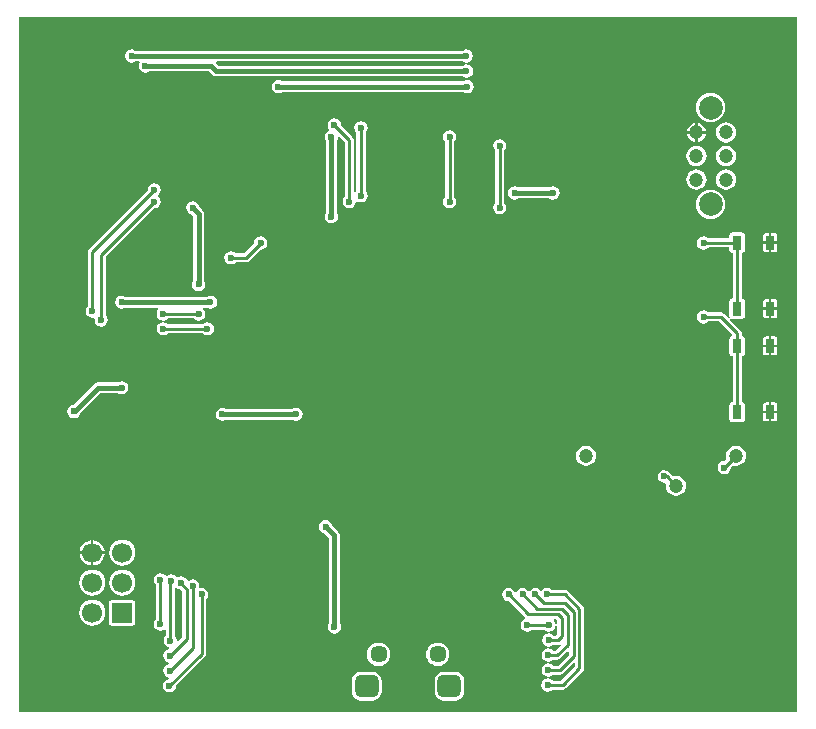
<source format=gbl>
G04 Layer_Physical_Order=2*
G04 Layer_Color=16711680*
%FSLAX25Y25*%
%MOIN*%
G70*
G01*
G75*
%ADD26C,0.01575*%
%ADD27C,0.00984*%
%ADD29R,0.06693X0.06693*%
%ADD30C,0.06693*%
%ADD31C,0.04724*%
%ADD32C,0.05709*%
G04:AMPARAMS|DCode=33|XSize=78.74mil|YSize=74.8mil|CornerRadius=18.7mil|HoleSize=0mil|Usage=FLASHONLY|Rotation=180.000|XOffset=0mil|YOffset=0mil|HoleType=Round|Shape=RoundedRectangle|*
%AMROUNDEDRECTD33*
21,1,0.07874,0.03740,0,0,180.0*
21,1,0.04134,0.07480,0,0,180.0*
1,1,0.03740,-0.02067,0.01870*
1,1,0.03740,0.02067,0.01870*
1,1,0.03740,0.02067,-0.01870*
1,1,0.03740,-0.02067,-0.01870*
%
%ADD33ROUNDEDRECTD33*%
%ADD34C,0.02362*%
%ADD35C,0.07874*%
%ADD36C,0.02756*%
%ADD37R,0.03150X0.04724*%
G36*
X260502Y-232943D02*
X1309D01*
Y-1309D01*
X260502D01*
Y-232943D01*
D02*
G37*
%LPC*%
G36*
X251181Y-133441D02*
X249197D01*
Y-135409D01*
X249258Y-135717D01*
X249432Y-135977D01*
X249693Y-136151D01*
X250000Y-136212D01*
X251181D01*
Y-133441D01*
D02*
G37*
G36*
X253952D02*
X251969D01*
Y-136212D01*
X253150D01*
X253457Y-136151D01*
X253717Y-135977D01*
X253891Y-135717D01*
X253952Y-135409D01*
Y-133441D01*
D02*
G37*
G36*
X251181Y-129882D02*
X250000D01*
X249693Y-129943D01*
X249432Y-130117D01*
X249258Y-130378D01*
X249197Y-130685D01*
Y-132653D01*
X251181D01*
Y-129882D01*
D02*
G37*
G36*
X240158Y-144263D02*
X239284Y-144378D01*
X238470Y-144715D01*
X237771Y-145251D01*
X237234Y-145950D01*
X236897Y-146764D01*
X236782Y-147638D01*
X236897Y-148511D01*
X236973Y-148694D01*
X236286Y-149380D01*
X236221Y-149367D01*
X235376Y-149535D01*
X234659Y-150014D01*
X234181Y-150730D01*
X234013Y-151575D01*
X234181Y-152420D01*
X234659Y-153136D01*
X235376Y-153614D01*
X236221Y-153783D01*
X237065Y-153614D01*
X237782Y-153136D01*
X238260Y-152420D01*
X238428Y-151575D01*
X238415Y-151509D01*
X239102Y-150823D01*
X239284Y-150898D01*
X240158Y-151013D01*
X241031Y-150898D01*
X241845Y-150561D01*
X242544Y-150024D01*
X243081Y-149326D01*
X243418Y-148511D01*
X243533Y-147638D01*
X243418Y-146764D01*
X243081Y-145950D01*
X242544Y-145251D01*
X241845Y-144715D01*
X241031Y-144378D01*
X240158Y-144263D01*
D02*
G37*
G36*
X25984Y-175843D02*
Y-179567D01*
X29708D01*
X29618Y-178882D01*
X29201Y-177876D01*
X28539Y-177012D01*
X27675Y-176350D01*
X26670Y-175933D01*
X25984Y-175843D01*
D02*
G37*
G36*
X216299Y-152320D02*
X215454Y-152488D01*
X214738Y-152966D01*
X214260Y-153683D01*
X214091Y-154528D01*
X214260Y-155372D01*
X214738Y-156089D01*
X215454Y-156567D01*
X216299Y-156735D01*
X216399Y-156715D01*
X216848Y-157136D01*
X216782Y-157638D01*
X216897Y-158511D01*
X217234Y-159326D01*
X217771Y-160024D01*
X218470Y-160561D01*
X219284Y-160898D01*
X220158Y-161013D01*
X221031Y-160898D01*
X221845Y-160561D01*
X222544Y-160024D01*
X223081Y-159326D01*
X223418Y-158511D01*
X223533Y-157638D01*
X223418Y-156764D01*
X223081Y-155950D01*
X222544Y-155251D01*
X221845Y-154715D01*
X221031Y-154377D01*
X220158Y-154262D01*
X219284Y-154377D01*
X219102Y-154453D01*
X218341Y-153692D01*
X218339Y-153683D01*
X217860Y-152966D01*
X217144Y-152488D01*
X216299Y-152320D01*
D02*
G37*
G36*
X190157Y-144263D02*
X189284Y-144378D01*
X188470Y-144715D01*
X187771Y-145251D01*
X187234Y-145950D01*
X186897Y-146764D01*
X186782Y-147638D01*
X186897Y-148511D01*
X187234Y-149326D01*
X187771Y-150024D01*
X188470Y-150561D01*
X189284Y-150898D01*
X190157Y-151013D01*
X191031Y-150898D01*
X191845Y-150561D01*
X192544Y-150024D01*
X193081Y-149326D01*
X193418Y-148511D01*
X193533Y-147638D01*
X193418Y-146764D01*
X193081Y-145950D01*
X192544Y-145251D01*
X191845Y-144715D01*
X191031Y-144378D01*
X190157Y-144263D01*
D02*
G37*
G36*
X253952Y-111441D02*
X251969D01*
Y-114212D01*
X253150D01*
X253457Y-114151D01*
X253717Y-113977D01*
X253891Y-113717D01*
X253952Y-113409D01*
Y-111441D01*
D02*
G37*
G36*
X251181Y-107882D02*
X250000D01*
X249693Y-107943D01*
X249432Y-108117D01*
X249258Y-108378D01*
X249197Y-108685D01*
Y-110653D01*
X251181D01*
Y-107882D01*
D02*
G37*
G36*
X253150D02*
X251969D01*
Y-110653D01*
X253952D01*
Y-108685D01*
X253891Y-108378D01*
X253717Y-108117D01*
X253457Y-107943D01*
X253150Y-107882D01*
D02*
G37*
G36*
X251181Y-111441D02*
X249197D01*
Y-113409D01*
X249258Y-113717D01*
X249432Y-113977D01*
X249693Y-114151D01*
X250000Y-114212D01*
X251181D01*
Y-111441D01*
D02*
G37*
G36*
X253150Y-129882D02*
X251969D01*
Y-132653D01*
X253952D01*
Y-130685D01*
X253891Y-130378D01*
X253717Y-130117D01*
X253457Y-129943D01*
X253150Y-129882D01*
D02*
G37*
G36*
X93504Y-131650D02*
X92659Y-131819D01*
X92310Y-132052D01*
X70092D01*
X69743Y-131819D01*
X68898Y-131650D01*
X68053Y-131819D01*
X67336Y-132297D01*
X66858Y-133013D01*
X66690Y-133858D01*
X66858Y-134703D01*
X67336Y-135419D01*
X68053Y-135898D01*
X68898Y-136066D01*
X69743Y-135898D01*
X70092Y-135665D01*
X92310D01*
X92659Y-135898D01*
X93504Y-136066D01*
X94349Y-135898D01*
X95065Y-135419D01*
X95544Y-134703D01*
X95712Y-133858D01*
X95544Y-133013D01*
X95065Y-132297D01*
X94349Y-131819D01*
X93504Y-131650D01*
D02*
G37*
G36*
X35433Y-122792D02*
X34588Y-122960D01*
X34239Y-123194D01*
X27559D01*
X26868Y-123331D01*
X26282Y-123723D01*
X19301Y-130703D01*
X18643Y-130834D01*
X17927Y-131313D01*
X17448Y-132029D01*
X17280Y-132874D01*
X17448Y-133719D01*
X17927Y-134435D01*
X18643Y-134914D01*
X19488Y-135082D01*
X20333Y-134914D01*
X21049Y-134435D01*
X21528Y-133719D01*
X21561Y-133553D01*
X28307Y-126806D01*
X34239D01*
X34588Y-127040D01*
X35433Y-127208D01*
X36278Y-127040D01*
X36994Y-126561D01*
X37473Y-125845D01*
X37641Y-125000D01*
X37473Y-124155D01*
X36994Y-123439D01*
X36278Y-122960D01*
X35433Y-122792D01*
D02*
G37*
G36*
X25197Y-175843D02*
X24511Y-175933D01*
X23506Y-176350D01*
X22642Y-177012D01*
X21980Y-177876D01*
X21563Y-178882D01*
X21473Y-179567D01*
X25197D01*
Y-175843D01*
D02*
G37*
G36*
X140680Y-210006D02*
X139678Y-210138D01*
X138744Y-210525D01*
X137942Y-211140D01*
X137327Y-211942D01*
X136940Y-212876D01*
X136808Y-213878D01*
X136940Y-214880D01*
X137327Y-215814D01*
X137942Y-216616D01*
X138744Y-217231D01*
X139678Y-217618D01*
X140680Y-217750D01*
X141682Y-217618D01*
X142616Y-217231D01*
X143417Y-216616D01*
X144033Y-215814D01*
X144420Y-214880D01*
X144551Y-213878D01*
X144420Y-212876D01*
X144033Y-211942D01*
X143417Y-211140D01*
X142616Y-210525D01*
X141682Y-210138D01*
X140680Y-210006D01*
D02*
G37*
G36*
X103347Y-169052D02*
X102502Y-169220D01*
X101785Y-169699D01*
X101307Y-170415D01*
X101139Y-171260D01*
X101307Y-172105D01*
X101785Y-172821D01*
X102502Y-173300D01*
X102913Y-173381D01*
X104493Y-174961D01*
Y-203530D01*
X104260Y-203879D01*
X104091Y-204724D01*
X104260Y-205569D01*
X104738Y-206286D01*
X105454Y-206764D01*
X106299Y-206932D01*
X107144Y-206764D01*
X107860Y-206286D01*
X108339Y-205569D01*
X108507Y-204724D01*
X108339Y-203879D01*
X108106Y-203530D01*
Y-174213D01*
X107968Y-173521D01*
X107577Y-172935D01*
X105468Y-170827D01*
X105386Y-170415D01*
X104908Y-169699D01*
X104191Y-169220D01*
X103347Y-169052D01*
D02*
G37*
G36*
X25591Y-195593D02*
X24460Y-195741D01*
X23406Y-196178D01*
X22502Y-196872D01*
X21808Y-197777D01*
X21371Y-198830D01*
X21223Y-199961D01*
X21371Y-201091D01*
X21808Y-202145D01*
X22502Y-203049D01*
X23406Y-203744D01*
X24460Y-204180D01*
X25591Y-204329D01*
X26721Y-204180D01*
X27775Y-203744D01*
X28679Y-203049D01*
X29373Y-202145D01*
X29810Y-201091D01*
X29959Y-199961D01*
X29810Y-198830D01*
X29373Y-197777D01*
X28679Y-196872D01*
X27775Y-196178D01*
X26721Y-195741D01*
X25591Y-195593D01*
D02*
G37*
G36*
X120995Y-210006D02*
X119993Y-210138D01*
X119059Y-210525D01*
X118257Y-211140D01*
X117642Y-211942D01*
X117255Y-212876D01*
X117123Y-213878D01*
X117255Y-214880D01*
X117642Y-215814D01*
X118257Y-216616D01*
X119059Y-217231D01*
X119993Y-217618D01*
X120995Y-217750D01*
X121997Y-217618D01*
X122931Y-217231D01*
X123732Y-216616D01*
X124348Y-215814D01*
X124734Y-214880D01*
X124866Y-213878D01*
X124734Y-212876D01*
X124348Y-211942D01*
X123732Y-211140D01*
X122931Y-210525D01*
X121997Y-210138D01*
X120995Y-210006D01*
D02*
G37*
G36*
X119125Y-219759D02*
X114991D01*
X114246Y-219857D01*
X113551Y-220145D01*
X112955Y-220602D01*
X112497Y-221198D01*
X112210Y-221893D01*
X112112Y-222638D01*
Y-226378D01*
X112210Y-227123D01*
X112497Y-227817D01*
X112955Y-228414D01*
X113551Y-228871D01*
X114246Y-229159D01*
X114991Y-229257D01*
X119125D01*
X119870Y-229159D01*
X120564Y-228871D01*
X121160Y-228414D01*
X121618Y-227817D01*
X121906Y-227123D01*
X122004Y-226378D01*
Y-222638D01*
X121906Y-221893D01*
X121618Y-221198D01*
X121160Y-220602D01*
X120564Y-220145D01*
X119870Y-219857D01*
X119125Y-219759D01*
D02*
G37*
G36*
X146684D02*
X142550D01*
X141805Y-219857D01*
X141110Y-220145D01*
X140514Y-220602D01*
X140057Y-221198D01*
X139769Y-221893D01*
X139671Y-222638D01*
Y-226378D01*
X139769Y-227123D01*
X140057Y-227817D01*
X140514Y-228414D01*
X141110Y-228871D01*
X141805Y-229159D01*
X142550Y-229257D01*
X146684D01*
X147429Y-229159D01*
X148123Y-228871D01*
X148719Y-228414D01*
X149177Y-227817D01*
X149464Y-227123D01*
X149563Y-226378D01*
Y-222638D01*
X149464Y-221893D01*
X149177Y-221198D01*
X148719Y-220602D01*
X148123Y-220145D01*
X147429Y-219857D01*
X146684Y-219759D01*
D02*
G37*
G36*
X48228Y-186769D02*
X47383Y-186937D01*
X46667Y-187415D01*
X46189Y-188131D01*
X46021Y-188976D01*
X46189Y-189821D01*
X46667Y-190538D01*
X46723Y-190575D01*
Y-202142D01*
X46667Y-202179D01*
X46189Y-202895D01*
X46021Y-203740D01*
X46189Y-204585D01*
X46667Y-205301D01*
X47383Y-205780D01*
X48228Y-205948D01*
X49073Y-205780D01*
X49530Y-205475D01*
X50030Y-205742D01*
Y-207693D01*
X49974Y-207730D01*
X49496Y-208447D01*
X49328Y-209291D01*
X49496Y-210136D01*
X49974Y-210853D01*
X50691Y-211331D01*
X51058Y-211404D01*
X51310Y-211964D01*
X51213Y-212132D01*
X50612Y-212252D01*
X49896Y-212730D01*
X49417Y-213446D01*
X49249Y-214291D01*
X49417Y-215136D01*
X49896Y-215852D01*
X50612Y-216331D01*
X50979Y-216404D01*
X51232Y-216964D01*
X51134Y-217132D01*
X50533Y-217252D01*
X49817Y-217730D01*
X49338Y-218446D01*
X49170Y-219291D01*
X49338Y-220136D01*
X49817Y-220852D01*
X50533Y-221331D01*
X50901Y-221404D01*
X51153Y-221964D01*
X51055Y-222132D01*
X50454Y-222252D01*
X49738Y-222730D01*
X49259Y-223446D01*
X49091Y-224291D01*
X49259Y-225136D01*
X49738Y-225852D01*
X50454Y-226331D01*
X51299Y-226499D01*
X52144Y-226331D01*
X52860Y-225852D01*
X53339Y-225136D01*
X53507Y-224291D01*
X53494Y-224225D01*
X63072Y-214647D01*
X63398Y-214159D01*
X63513Y-213583D01*
Y-195496D01*
X63569Y-195458D01*
X64047Y-194742D01*
X64215Y-193897D01*
X64047Y-193052D01*
X63569Y-192336D01*
X62853Y-191858D01*
X62008Y-191690D01*
X61609Y-191769D01*
X61183Y-191344D01*
X61263Y-190945D01*
X61095Y-190100D01*
X60616Y-189383D01*
X59900Y-188905D01*
X59055Y-188737D01*
X58210Y-188905D01*
X57694Y-189250D01*
X57189Y-189123D01*
X57129Y-189072D01*
X56679Y-188399D01*
X55963Y-187920D01*
X55118Y-187752D01*
X54273Y-187920D01*
X53765Y-188260D01*
X53412Y-187730D01*
X52695Y-187252D01*
X51850Y-187084D01*
X51006Y-187252D01*
X50450Y-187623D01*
X49867Y-187531D01*
X49790Y-187415D01*
X49073Y-186937D01*
X48228Y-186769D01*
D02*
G37*
G36*
X35591Y-175593D02*
X34460Y-175741D01*
X33406Y-176178D01*
X32502Y-176872D01*
X31808Y-177777D01*
X31371Y-178830D01*
X31223Y-179961D01*
X31371Y-181091D01*
X31808Y-182145D01*
X32502Y-183049D01*
X33406Y-183744D01*
X34460Y-184180D01*
X35591Y-184329D01*
X36721Y-184180D01*
X37775Y-183744D01*
X38679Y-183049D01*
X39373Y-182145D01*
X39810Y-181091D01*
X39959Y-179961D01*
X39810Y-178830D01*
X39373Y-177777D01*
X38679Y-176872D01*
X37775Y-176178D01*
X36721Y-175741D01*
X35591Y-175593D01*
D02*
G37*
G36*
X29708Y-180354D02*
X25984D01*
Y-184078D01*
X26670Y-183988D01*
X27675Y-183572D01*
X28539Y-182909D01*
X29201Y-182045D01*
X29618Y-181040D01*
X29708Y-180354D01*
D02*
G37*
G36*
X25197D02*
X21473D01*
X21563Y-181040D01*
X21980Y-182045D01*
X22642Y-182909D01*
X23506Y-183572D01*
X24511Y-183988D01*
X25197Y-184078D01*
Y-180354D01*
D02*
G37*
G36*
X173228Y-191690D02*
X172383Y-191858D01*
X171667Y-192336D01*
X171422Y-192702D01*
X170821D01*
X170577Y-192336D01*
X169861Y-191858D01*
X169016Y-191690D01*
X168171Y-191858D01*
X167455Y-192336D01*
X166976Y-193053D01*
X166948Y-193195D01*
X166438D01*
X166410Y-193053D01*
X165931Y-192336D01*
X165215Y-191858D01*
X164370Y-191690D01*
X163525Y-191858D01*
X162809Y-192336D01*
X162330Y-193053D01*
X162162Y-193898D01*
X162330Y-194743D01*
X162809Y-195459D01*
X163525Y-195937D01*
X164370Y-196105D01*
X164436Y-196092D01*
X169821Y-201478D01*
X169891Y-201524D01*
X169785Y-202055D01*
X169069Y-202533D01*
X168590Y-203250D01*
X168422Y-204095D01*
X168590Y-204939D01*
X169069Y-205656D01*
X169785Y-206134D01*
X170630Y-206302D01*
X171475Y-206134D01*
X172191Y-205656D01*
X172228Y-205600D01*
X176197D01*
X176234Y-205656D01*
X176950Y-206134D01*
X177795Y-206302D01*
X178640Y-206134D01*
X179356Y-205656D01*
X179835Y-204939D01*
X180003Y-204095D01*
X179835Y-203250D01*
X179356Y-202533D01*
X179185Y-202419D01*
X179336Y-201919D01*
X180105D01*
X180581Y-202395D01*
Y-207054D01*
X180046Y-207589D01*
X179315D01*
X179278Y-207533D01*
X178561Y-207055D01*
X177717Y-206887D01*
X176872Y-207055D01*
X176155Y-207533D01*
X175677Y-208250D01*
X175509Y-209095D01*
X175677Y-209939D01*
X176155Y-210656D01*
X176872Y-211134D01*
X177717Y-211302D01*
X178561Y-211134D01*
X179278Y-210656D01*
X179315Y-210600D01*
X180669D01*
X181245Y-210485D01*
X181603Y-210246D01*
X181922Y-210635D01*
X179967Y-212589D01*
X179236D01*
X179199Y-212533D01*
X178483Y-212055D01*
X177638Y-211887D01*
X176793Y-212055D01*
X176077Y-212533D01*
X175598Y-213250D01*
X175430Y-214094D01*
X175598Y-214939D01*
X176077Y-215656D01*
X176793Y-216134D01*
X177638Y-216302D01*
X178483Y-216134D01*
X179199Y-215656D01*
X179236Y-215600D01*
X180591D01*
X181167Y-215485D01*
X181655Y-215159D01*
X184056Y-212757D01*
X184518Y-212949D01*
Y-213943D01*
X180873Y-217589D01*
X179157D01*
X179120Y-217533D01*
X178404Y-217055D01*
X177559Y-216887D01*
X176714Y-217055D01*
X175998Y-217533D01*
X175519Y-218250D01*
X175351Y-219094D01*
X175519Y-219939D01*
X175998Y-220656D01*
X176714Y-221134D01*
X177559Y-221302D01*
X178404Y-221134D01*
X179120Y-220656D01*
X179157Y-220600D01*
X181496D01*
X182072Y-220485D01*
X182561Y-220159D01*
X186025Y-216694D01*
X186487Y-216886D01*
Y-217880D01*
X181778Y-222589D01*
X179079D01*
X179041Y-222533D01*
X178325Y-222055D01*
X177480Y-221887D01*
X176635Y-222055D01*
X175919Y-222533D01*
X175441Y-223250D01*
X175273Y-224095D01*
X175441Y-224939D01*
X175919Y-225656D01*
X176635Y-226134D01*
X177480Y-226302D01*
X178325Y-226134D01*
X179041Y-225656D01*
X179079Y-225600D01*
X182402D01*
X182978Y-225485D01*
X183466Y-225159D01*
X189057Y-219568D01*
X189383Y-219080D01*
X189497Y-218504D01*
Y-198819D01*
X189383Y-198243D01*
X189057Y-197755D01*
X184135Y-192833D01*
X183647Y-192507D01*
X183071Y-192392D01*
X178764D01*
X178726Y-192336D01*
X178010Y-191858D01*
X177165Y-191690D01*
X176321Y-191858D01*
X175604Y-192336D01*
X175447Y-192572D01*
X174947D01*
X174789Y-192336D01*
X174073Y-191858D01*
X173228Y-191690D01*
D02*
G37*
G36*
X38937Y-195611D02*
X32244D01*
X31860Y-195687D01*
X31534Y-195905D01*
X31317Y-196230D01*
X31241Y-196614D01*
Y-203307D01*
X31317Y-203691D01*
X31534Y-204017D01*
X31860Y-204234D01*
X32244Y-204311D01*
X38937D01*
X39321Y-204234D01*
X39647Y-204017D01*
X39864Y-203691D01*
X39941Y-203307D01*
Y-196614D01*
X39864Y-196230D01*
X39647Y-195905D01*
X39321Y-195687D01*
X38937Y-195611D01*
D02*
G37*
G36*
X25591Y-185593D02*
X24460Y-185741D01*
X23406Y-186178D01*
X22502Y-186872D01*
X21808Y-187777D01*
X21371Y-188830D01*
X21223Y-189961D01*
X21371Y-191091D01*
X21808Y-192145D01*
X22502Y-193049D01*
X23406Y-193744D01*
X24460Y-194180D01*
X25591Y-194329D01*
X26721Y-194180D01*
X27775Y-193744D01*
X28679Y-193049D01*
X29373Y-192145D01*
X29810Y-191091D01*
X29959Y-189961D01*
X29810Y-188830D01*
X29373Y-187777D01*
X28679Y-186872D01*
X27775Y-186178D01*
X26721Y-185741D01*
X25591Y-185593D01*
D02*
G37*
G36*
X35591D02*
X34460Y-185741D01*
X33406Y-186178D01*
X32502Y-186872D01*
X31808Y-187777D01*
X31371Y-188830D01*
X31223Y-189961D01*
X31371Y-191091D01*
X31808Y-192145D01*
X32502Y-193049D01*
X33406Y-193744D01*
X34460Y-194180D01*
X35591Y-194329D01*
X36721Y-194180D01*
X37775Y-193744D01*
X38679Y-193049D01*
X39373Y-192145D01*
X39810Y-191091D01*
X39959Y-189961D01*
X39810Y-188830D01*
X39373Y-187777D01*
X38679Y-186872D01*
X37775Y-186178D01*
X36721Y-185741D01*
X35591Y-185593D01*
D02*
G37*
G36*
X63976Y-103107D02*
X63131Y-103275D01*
X62415Y-103754D01*
X62378Y-103810D01*
X50811D01*
X50774Y-103754D01*
X50058Y-103275D01*
X49213Y-103107D01*
X48368Y-103275D01*
X47651Y-103754D01*
X47173Y-104470D01*
X47005Y-105315D01*
X47173Y-106160D01*
X47651Y-106876D01*
X48368Y-107355D01*
X49213Y-107523D01*
X50058Y-107355D01*
X50774Y-106876D01*
X50811Y-106820D01*
X62378D01*
X62415Y-106876D01*
X63131Y-107355D01*
X63976Y-107523D01*
X64821Y-107355D01*
X65538Y-106876D01*
X66016Y-106160D01*
X66184Y-105315D01*
X66016Y-104470D01*
X65538Y-103754D01*
X64821Y-103275D01*
X63976Y-103107D01*
D02*
G37*
G36*
X179134Y-57832D02*
X178289Y-58000D01*
X177940Y-58233D01*
X167533D01*
X167183Y-58000D01*
X166339Y-57832D01*
X165494Y-58000D01*
X164777Y-58478D01*
X164299Y-59194D01*
X164131Y-60039D01*
X164299Y-60884D01*
X164777Y-61601D01*
X165494Y-62079D01*
X166339Y-62247D01*
X167183Y-62079D01*
X167533Y-61846D01*
X177940D01*
X178289Y-62079D01*
X179134Y-62247D01*
X179979Y-62079D01*
X180695Y-61601D01*
X181174Y-60884D01*
X181342Y-60039D01*
X181174Y-59194D01*
X180695Y-58478D01*
X179979Y-58000D01*
X179134Y-57832D01*
D02*
G37*
G36*
X226969Y-44361D02*
X226095Y-44476D01*
X225281Y-44813D01*
X224582Y-45349D01*
X224045Y-46049D01*
X223708Y-46863D01*
X223593Y-47736D01*
X223708Y-48610D01*
X224045Y-49424D01*
X224582Y-50123D01*
X225281Y-50659D01*
X226095Y-50997D01*
X226969Y-51112D01*
X227842Y-50997D01*
X228656Y-50659D01*
X229355Y-50123D01*
X229892Y-49424D01*
X230229Y-48610D01*
X230344Y-47736D01*
X230229Y-46863D01*
X229892Y-46049D01*
X229355Y-45349D01*
X228656Y-44813D01*
X227842Y-44476D01*
X226969Y-44361D01*
D02*
G37*
G36*
X236811D02*
X235937Y-44476D01*
X235123Y-44813D01*
X234424Y-45349D01*
X233888Y-46049D01*
X233551Y-46863D01*
X233436Y-47736D01*
X233551Y-48610D01*
X233888Y-49424D01*
X234424Y-50123D01*
X235123Y-50659D01*
X235937Y-50997D01*
X236811Y-51112D01*
X237685Y-50997D01*
X238499Y-50659D01*
X239198Y-50123D01*
X239734Y-49424D01*
X240071Y-48610D01*
X240186Y-47736D01*
X240071Y-46863D01*
X239734Y-46049D01*
X239198Y-45349D01*
X238499Y-44813D01*
X237685Y-44476D01*
X236811Y-44361D01*
D02*
G37*
G36*
Y-52235D02*
X235937Y-52350D01*
X235123Y-52687D01*
X234424Y-53224D01*
X233888Y-53923D01*
X233551Y-54737D01*
X233436Y-55610D01*
X233551Y-56484D01*
X233888Y-57298D01*
X234424Y-57997D01*
X235123Y-58533D01*
X235937Y-58871D01*
X236811Y-58986D01*
X237685Y-58871D01*
X238499Y-58533D01*
X239198Y-57997D01*
X239734Y-57298D01*
X240071Y-56484D01*
X240186Y-55610D01*
X240071Y-54737D01*
X239734Y-53923D01*
X239198Y-53224D01*
X238499Y-52687D01*
X237685Y-52350D01*
X236811Y-52235D01*
D02*
G37*
G36*
X144685Y-39131D02*
X143840Y-39299D01*
X143124Y-39777D01*
X142645Y-40494D01*
X142477Y-41339D01*
X142645Y-42184D01*
X143124Y-42900D01*
X143180Y-42937D01*
Y-61394D01*
X143124Y-61431D01*
X142645Y-62147D01*
X142477Y-62992D01*
X142645Y-63837D01*
X143124Y-64553D01*
X143840Y-65032D01*
X144685Y-65200D01*
X145530Y-65032D01*
X146246Y-64553D01*
X146725Y-63837D01*
X146893Y-62992D01*
X146725Y-62147D01*
X146246Y-61431D01*
X146190Y-61394D01*
Y-42937D01*
X146246Y-42900D01*
X146725Y-42184D01*
X146893Y-41339D01*
X146725Y-40494D01*
X146246Y-39777D01*
X145530Y-39299D01*
X144685Y-39131D01*
D02*
G37*
G36*
X106299Y-35194D02*
X105454Y-35362D01*
X104738Y-35840D01*
X104260Y-36557D01*
X104091Y-37402D01*
X104260Y-38246D01*
X104604Y-38762D01*
X104478Y-39268D01*
X104427Y-39328D01*
X103754Y-39777D01*
X103275Y-40494D01*
X103107Y-41339D01*
X103275Y-42184D01*
X103509Y-42533D01*
Y-66719D01*
X103275Y-67068D01*
X103107Y-67913D01*
X103275Y-68758D01*
X103754Y-69475D01*
X104470Y-69953D01*
X105315Y-70121D01*
X106160Y-69953D01*
X106876Y-69475D01*
X107355Y-68758D01*
X107523Y-67913D01*
X107355Y-67068D01*
X107121Y-66719D01*
Y-42533D01*
X107355Y-42184D01*
X107502Y-41441D01*
X107966Y-41197D01*
X109715Y-42946D01*
Y-61394D01*
X109659Y-61431D01*
X109181Y-62147D01*
X109013Y-62992D01*
X109181Y-63837D01*
X109659Y-64553D01*
X110376Y-65032D01*
X111221Y-65200D01*
X112065Y-65032D01*
X112782Y-64553D01*
X113260Y-63837D01*
X113414Y-63064D01*
X113664Y-62888D01*
X113897Y-62786D01*
X114313Y-63063D01*
X115157Y-63231D01*
X116002Y-63063D01*
X116719Y-62585D01*
X117197Y-61869D01*
X117365Y-61024D01*
X117197Y-60179D01*
X116719Y-59462D01*
X116663Y-59425D01*
Y-39984D01*
X116719Y-39947D01*
X117197Y-39231D01*
X117365Y-38386D01*
X117197Y-37541D01*
X116719Y-36825D01*
X116002Y-36346D01*
X115157Y-36178D01*
X114313Y-36346D01*
X113596Y-36825D01*
X113118Y-37541D01*
X112950Y-38386D01*
X113118Y-39231D01*
X113596Y-39947D01*
X113652Y-39984D01*
Y-59425D01*
X113596Y-59462D01*
X113226Y-60017D01*
X112726Y-59865D01*
Y-42323D01*
X112611Y-41747D01*
X112285Y-41258D01*
X108494Y-37467D01*
X108507Y-37402D01*
X108339Y-36557D01*
X107860Y-35840D01*
X107144Y-35362D01*
X106299Y-35194D01*
D02*
G37*
G36*
X226969Y-52235D02*
X226095Y-52350D01*
X225281Y-52687D01*
X224582Y-53224D01*
X224045Y-53923D01*
X223708Y-54737D01*
X223593Y-55610D01*
X223708Y-56484D01*
X224045Y-57298D01*
X224582Y-57997D01*
X225281Y-58533D01*
X226095Y-58871D01*
X226969Y-58986D01*
X227842Y-58871D01*
X228656Y-58533D01*
X229355Y-57997D01*
X229892Y-57298D01*
X230229Y-56484D01*
X230344Y-55610D01*
X230229Y-54737D01*
X229892Y-53923D01*
X229355Y-53224D01*
X228656Y-52687D01*
X227842Y-52350D01*
X226969Y-52235D01*
D02*
G37*
G36*
X236811Y-36487D02*
X235937Y-36602D01*
X235123Y-36939D01*
X234424Y-37475D01*
X233888Y-38175D01*
X233551Y-38989D01*
X233436Y-39862D01*
X233551Y-40736D01*
X233888Y-41550D01*
X234424Y-42249D01*
X235123Y-42785D01*
X235937Y-43123D01*
X236811Y-43238D01*
X237685Y-43123D01*
X238499Y-42785D01*
X239198Y-42249D01*
X239734Y-41550D01*
X240071Y-40736D01*
X240186Y-39862D01*
X240071Y-38989D01*
X239734Y-38175D01*
X239198Y-37475D01*
X238499Y-36939D01*
X237685Y-36602D01*
X236811Y-36487D01*
D02*
G37*
G36*
X231693Y-26631D02*
X230408Y-26800D01*
X229211Y-27296D01*
X228183Y-28085D01*
X227394Y-29113D01*
X226898Y-30310D01*
X226729Y-31594D01*
X226898Y-32879D01*
X227394Y-34076D01*
X228183Y-35104D01*
X229211Y-35893D01*
X230408Y-36389D01*
X231693Y-36558D01*
X232978Y-36389D01*
X234175Y-35893D01*
X235203Y-35104D01*
X235992Y-34076D01*
X236488Y-32879D01*
X236657Y-31594D01*
X236488Y-30310D01*
X235992Y-29113D01*
X235203Y-28085D01*
X234175Y-27296D01*
X232978Y-26800D01*
X231693Y-26631D01*
D02*
G37*
G36*
X150591Y-22399D02*
X149746Y-22567D01*
X149396Y-22800D01*
X88793D01*
X88443Y-22567D01*
X87598Y-22399D01*
X86753Y-22567D01*
X86037Y-23045D01*
X85559Y-23761D01*
X85391Y-24606D01*
X85559Y-25451D01*
X86037Y-26167D01*
X86753Y-26646D01*
X87598Y-26814D01*
X88443Y-26646D01*
X88793Y-26413D01*
X149396D01*
X149746Y-26646D01*
X150591Y-26814D01*
X151435Y-26646D01*
X152152Y-26167D01*
X152630Y-25451D01*
X152798Y-24606D01*
X152630Y-23761D01*
X152152Y-23045D01*
X151435Y-22567D01*
X150591Y-22399D01*
D02*
G37*
G36*
X150236Y-12202D02*
X149391Y-12370D01*
X149042Y-12603D01*
X39934D01*
X39585Y-12370D01*
X38740Y-12202D01*
X37895Y-12370D01*
X37179Y-12848D01*
X36700Y-13565D01*
X36532Y-14409D01*
X36700Y-15254D01*
X37179Y-15971D01*
X37895Y-16449D01*
X38740Y-16617D01*
X39585Y-16449D01*
X39934Y-16216D01*
X41175D01*
X41411Y-16657D01*
X41267Y-16872D01*
X41099Y-17717D01*
X41267Y-18561D01*
X41746Y-19278D01*
X42462Y-19756D01*
X43307Y-19924D01*
X44152Y-19756D01*
X44501Y-19523D01*
X64488D01*
X65652Y-20687D01*
X66238Y-21078D01*
X66929Y-21216D01*
X149121D01*
X149470Y-21449D01*
X150315Y-21617D01*
X151160Y-21449D01*
X151876Y-20971D01*
X152355Y-20254D01*
X152523Y-19409D01*
X152355Y-18564D01*
X151876Y-17848D01*
X151160Y-17370D01*
X150315Y-17202D01*
X149470Y-17370D01*
X149121Y-17603D01*
X67677D01*
X66790Y-16716D01*
X66997Y-16216D01*
X149042D01*
X149391Y-16449D01*
X150236Y-16617D01*
X151081Y-16449D01*
X151797Y-15971D01*
X152276Y-15254D01*
X152444Y-14409D01*
X152276Y-13565D01*
X151797Y-12848D01*
X151081Y-12370D01*
X150236Y-12202D01*
D02*
G37*
G36*
X227362Y-36737D02*
Y-39469D01*
X230093D01*
X230037Y-39040D01*
X229720Y-38274D01*
X229215Y-37616D01*
X228557Y-37111D01*
X227791Y-36794D01*
X227362Y-36737D01*
D02*
G37*
G36*
X226575Y-40256D02*
X223844D01*
X223900Y-40684D01*
X224217Y-41451D01*
X224722Y-42109D01*
X225380Y-42613D01*
X226146Y-42931D01*
X226575Y-42987D01*
Y-40256D01*
D02*
G37*
G36*
X230093D02*
X227362D01*
Y-42987D01*
X227791Y-42931D01*
X228557Y-42613D01*
X229215Y-42109D01*
X229720Y-41451D01*
X230037Y-40684D01*
X230093Y-40256D01*
D02*
G37*
G36*
X226575Y-36737D02*
X226146Y-36794D01*
X225380Y-37111D01*
X224722Y-37616D01*
X224217Y-38274D01*
X223900Y-39040D01*
X223844Y-39469D01*
X226575D01*
Y-36737D01*
D02*
G37*
G36*
X64961Y-94249D02*
X64116Y-94417D01*
X63766Y-94650D01*
X36627D01*
X36278Y-94417D01*
X35433Y-94249D01*
X34588Y-94417D01*
X33872Y-94896D01*
X33393Y-95612D01*
X33225Y-96457D01*
X33393Y-97302D01*
X33872Y-98018D01*
X34588Y-98496D01*
X35433Y-98664D01*
X36278Y-98496D01*
X36627Y-98263D01*
X47604D01*
X47756Y-98763D01*
X47651Y-98833D01*
X47173Y-99549D01*
X47005Y-100394D01*
X47173Y-101239D01*
X47651Y-101955D01*
X48368Y-102433D01*
X49213Y-102602D01*
X50058Y-102433D01*
X50774Y-101955D01*
X50811Y-101899D01*
X59425D01*
X59462Y-101955D01*
X60179Y-102433D01*
X61024Y-102602D01*
X61869Y-102433D01*
X62585Y-101955D01*
X63063Y-101239D01*
X63231Y-100394D01*
X63063Y-99549D01*
X62585Y-98833D01*
X62481Y-98763D01*
X62632Y-98263D01*
X63766D01*
X64116Y-98496D01*
X64961Y-98664D01*
X65806Y-98496D01*
X66522Y-98018D01*
X67000Y-97302D01*
X67168Y-96457D01*
X67000Y-95612D01*
X66522Y-94896D01*
X65806Y-94417D01*
X64961Y-94249D01*
D02*
G37*
G36*
X59055Y-62753D02*
X58210Y-62921D01*
X57494Y-63399D01*
X57015Y-64116D01*
X56847Y-64961D01*
X57015Y-65806D01*
X57494Y-66522D01*
X58210Y-67000D01*
X58622Y-67082D01*
X59217Y-67677D01*
Y-89357D01*
X58984Y-89706D01*
X58816Y-90551D01*
X58984Y-91396D01*
X59462Y-92112D01*
X60179Y-92591D01*
X61024Y-92759D01*
X61869Y-92591D01*
X62585Y-92112D01*
X63063Y-91396D01*
X63231Y-90551D01*
X63063Y-89706D01*
X62830Y-89357D01*
Y-66929D01*
X62692Y-66238D01*
X62301Y-65652D01*
X61177Y-64528D01*
X61095Y-64116D01*
X60616Y-63399D01*
X59900Y-62921D01*
X59055Y-62753D01*
D02*
G37*
G36*
X251181Y-76992D02*
X249197D01*
Y-78961D01*
X249258Y-79268D01*
X249432Y-79528D01*
X249693Y-79702D01*
X250000Y-79764D01*
X251181D01*
Y-76992D01*
D02*
G37*
G36*
X253150Y-95433D02*
X251969D01*
Y-98205D01*
X253952D01*
Y-96236D01*
X253891Y-95929D01*
X253717Y-95669D01*
X253457Y-95495D01*
X253150Y-95433D01*
D02*
G37*
G36*
X251181Y-98992D02*
X249197D01*
Y-100961D01*
X249258Y-101268D01*
X249432Y-101528D01*
X249693Y-101702D01*
X250000Y-101763D01*
X251181D01*
Y-98992D01*
D02*
G37*
G36*
X253952D02*
X251969D01*
Y-101763D01*
X253150D01*
X253457Y-101702D01*
X253717Y-101528D01*
X253891Y-101268D01*
X253952Y-100961D01*
Y-98992D01*
D02*
G37*
G36*
X251181Y-95433D02*
X250000D01*
X249693Y-95495D01*
X249432Y-95669D01*
X249258Y-95929D01*
X249197Y-96236D01*
Y-98205D01*
X251181D01*
Y-95433D01*
D02*
G37*
G36*
X253952Y-76992D02*
X251969D01*
Y-79764D01*
X253150D01*
X253457Y-79702D01*
X253717Y-79528D01*
X253891Y-79268D01*
X253952Y-78961D01*
Y-76992D01*
D02*
G37*
G36*
X231693Y-58914D02*
X230408Y-59083D01*
X229211Y-59579D01*
X228183Y-60368D01*
X227394Y-61396D01*
X226898Y-62593D01*
X226729Y-63878D01*
X226898Y-65163D01*
X227394Y-66360D01*
X228183Y-67388D01*
X229211Y-68177D01*
X230408Y-68673D01*
X231693Y-68842D01*
X232978Y-68673D01*
X234175Y-68177D01*
X235203Y-67388D01*
X235992Y-66360D01*
X236488Y-65163D01*
X236657Y-63878D01*
X236488Y-62593D01*
X235992Y-61396D01*
X235203Y-60368D01*
X234175Y-59579D01*
X232978Y-59083D01*
X231693Y-58914D01*
D02*
G37*
G36*
X242126Y-73233D02*
X238976D01*
X238592Y-73309D01*
X238267Y-73527D01*
X238049Y-73852D01*
X237973Y-74236D01*
Y-75093D01*
X230716D01*
X230176Y-74732D01*
X229331Y-74564D01*
X228486Y-74732D01*
X227770Y-75210D01*
X227291Y-75927D01*
X227123Y-76772D01*
X227291Y-77617D01*
X227770Y-78333D01*
X228486Y-78811D01*
X229331Y-78979D01*
X230176Y-78811D01*
X230892Y-78333D01*
X231045Y-78104D01*
X237973D01*
Y-78961D01*
X238049Y-79345D01*
X238267Y-79670D01*
X238592Y-79888D01*
X238976Y-79964D01*
X239046D01*
Y-95233D01*
X238976D01*
X238592Y-95309D01*
X238267Y-95527D01*
X238049Y-95852D01*
X237973Y-96236D01*
Y-100961D01*
X238049Y-101345D01*
X238070Y-101376D01*
X237682Y-101695D01*
X236301Y-100313D01*
X235812Y-99987D01*
X235236Y-99873D01*
X230929D01*
X230892Y-99817D01*
X230176Y-99338D01*
X229331Y-99170D01*
X228486Y-99338D01*
X227770Y-99817D01*
X227291Y-100533D01*
X227123Y-101378D01*
X227291Y-102223D01*
X227770Y-102939D01*
X228486Y-103418D01*
X229331Y-103586D01*
X230176Y-103418D01*
X230892Y-102939D01*
X230929Y-102883D01*
X234613D01*
X238930Y-107201D01*
X238930Y-107204D01*
X238803Y-107716D01*
X238592Y-107758D01*
X238267Y-107975D01*
X238049Y-108301D01*
X237973Y-108685D01*
Y-113409D01*
X238049Y-113794D01*
X238267Y-114119D01*
X238592Y-114337D01*
X238976Y-114413D01*
X239046D01*
Y-129682D01*
X238976D01*
X238592Y-129758D01*
X238267Y-129975D01*
X238049Y-130301D01*
X237973Y-130685D01*
Y-135409D01*
X238049Y-135793D01*
X238267Y-136119D01*
X238592Y-136337D01*
X238976Y-136413D01*
X242126D01*
X242510Y-136337D01*
X242836Y-136119D01*
X243053Y-135793D01*
X243129Y-135409D01*
Y-130685D01*
X243053Y-130301D01*
X242836Y-129975D01*
X242510Y-129758D01*
X242126Y-129682D01*
X242056D01*
Y-114413D01*
X242126D01*
X242510Y-114337D01*
X242836Y-114119D01*
X243053Y-113794D01*
X243129Y-113409D01*
Y-108685D01*
X243053Y-108301D01*
X242836Y-107975D01*
X242510Y-107758D01*
X242126Y-107682D01*
X242056D01*
Y-106693D01*
X241942Y-106117D01*
X241616Y-105629D01*
X238242Y-102255D01*
X238561Y-101867D01*
X238592Y-101888D01*
X238976Y-101964D01*
X242126D01*
X242510Y-101888D01*
X242836Y-101670D01*
X243053Y-101345D01*
X243129Y-100961D01*
Y-96236D01*
X243053Y-95852D01*
X242836Y-95527D01*
X242510Y-95309D01*
X242126Y-95233D01*
X242056D01*
Y-79964D01*
X242126D01*
X242510Y-79888D01*
X242836Y-79670D01*
X243053Y-79345D01*
X243129Y-78961D01*
Y-74236D01*
X243053Y-73852D01*
X242836Y-73527D01*
X242510Y-73309D01*
X242126Y-73233D01*
D02*
G37*
G36*
X46260Y-56847D02*
X45415Y-57015D01*
X44699Y-57494D01*
X44220Y-58210D01*
X44052Y-59055D01*
X44065Y-59121D01*
X24526Y-78660D01*
X24200Y-79148D01*
X24085Y-79724D01*
Y-97811D01*
X24029Y-97848D01*
X23551Y-98565D01*
X23383Y-99410D01*
X23551Y-100254D01*
X24029Y-100971D01*
X24746Y-101449D01*
X25591Y-101617D01*
X25990Y-101538D01*
X26415Y-101963D01*
X26335Y-102362D01*
X26504Y-103207D01*
X26982Y-103923D01*
X27698Y-104402D01*
X28543Y-104570D01*
X29388Y-104402D01*
X30104Y-103923D01*
X30583Y-103207D01*
X30751Y-102362D01*
X30583Y-101517D01*
X30104Y-100801D01*
X30049Y-100764D01*
Y-81332D01*
X46194Y-65187D01*
X46260Y-65200D01*
X47105Y-65032D01*
X47821Y-64553D01*
X48300Y-63837D01*
X48468Y-62992D01*
X48300Y-62147D01*
X47821Y-61431D01*
X47585Y-61273D01*
Y-60773D01*
X47821Y-60616D01*
X48300Y-59900D01*
X48467Y-59055D01*
X48300Y-58210D01*
X47821Y-57494D01*
X47105Y-57015D01*
X46260Y-56847D01*
D02*
G37*
G36*
X161417Y-42084D02*
X160572Y-42252D01*
X159856Y-42730D01*
X159378Y-43446D01*
X159210Y-44291D01*
X159378Y-45136D01*
X159856Y-45853D01*
X159912Y-45890D01*
Y-63362D01*
X159856Y-63399D01*
X159378Y-64116D01*
X159210Y-64961D01*
X159378Y-65806D01*
X159856Y-66522D01*
X160572Y-67000D01*
X161417Y-67168D01*
X162262Y-67000D01*
X162978Y-66522D01*
X163457Y-65806D01*
X163625Y-64961D01*
X163457Y-64116D01*
X162978Y-63399D01*
X162923Y-63362D01*
Y-45890D01*
X162978Y-45853D01*
X163457Y-45136D01*
X163625Y-44291D01*
X163457Y-43446D01*
X162978Y-42730D01*
X162262Y-42252D01*
X161417Y-42084D01*
D02*
G37*
G36*
X81693Y-74564D02*
X80848Y-74732D01*
X80132Y-75210D01*
X79653Y-75927D01*
X79485Y-76772D01*
X79498Y-76837D01*
X76148Y-80188D01*
X73449D01*
X73412Y-80132D01*
X72695Y-79653D01*
X71850Y-79485D01*
X71005Y-79653D01*
X70289Y-80132D01*
X69811Y-80848D01*
X69643Y-81693D01*
X69811Y-82538D01*
X70289Y-83254D01*
X71005Y-83733D01*
X71850Y-83901D01*
X72695Y-83733D01*
X73412Y-83254D01*
X73449Y-83198D01*
X76772D01*
X77348Y-83084D01*
X77836Y-82757D01*
X81627Y-78966D01*
X81693Y-78979D01*
X82538Y-78811D01*
X83254Y-78333D01*
X83733Y-77617D01*
X83901Y-76772D01*
X83733Y-75927D01*
X83254Y-75210D01*
X82538Y-74732D01*
X81693Y-74564D01*
D02*
G37*
G36*
X251181Y-73433D02*
X250000D01*
X249693Y-73494D01*
X249432Y-73668D01*
X249258Y-73929D01*
X249197Y-74236D01*
Y-76205D01*
X251181D01*
Y-73433D01*
D02*
G37*
G36*
X253150D02*
X251969D01*
Y-76205D01*
X253952D01*
Y-74236D01*
X253891Y-73929D01*
X253717Y-73668D01*
X253457Y-73494D01*
X253150Y-73433D01*
D02*
G37*
%LPD*%
G36*
X53557Y-191521D02*
X54273Y-192000D01*
X54837Y-192112D01*
X55581Y-192857D01*
Y-208038D01*
X54186Y-209433D01*
X53723Y-209189D01*
X53575Y-208447D01*
X53097Y-207730D01*
X53041Y-207693D01*
Y-191649D01*
X53541Y-191497D01*
X53557Y-191521D01*
D02*
G37*
D26*
X105315Y-67913D02*
Y-41339D01*
X35433Y-96457D02*
X64961D01*
X61024Y-90551D02*
Y-66929D01*
X59055Y-64961D02*
X61024Y-66929D01*
X166339Y-60039D02*
X179134D01*
X19488Y-132874D02*
X19685D01*
X27559Y-125000D01*
X35433D01*
X68898Y-133858D02*
X93504D01*
X66929Y-19409D02*
X150315D01*
X65236Y-17717D02*
X66929Y-19409D01*
X43307Y-17717D02*
X65236D01*
X103347Y-171260D02*
X106299Y-174213D01*
Y-204724D02*
Y-174213D01*
X87598Y-24606D02*
X150591D01*
X38740Y-14409D02*
X150236D01*
D27*
X55118Y-190265D02*
X57087Y-192233D01*
X55118Y-190265D02*
Y-189960D01*
X57087Y-208661D02*
Y-192233D01*
X51457Y-214291D02*
X57087Y-208661D01*
X51535Y-189606D02*
X51850Y-189291D01*
X51535Y-209291D02*
Y-189606D01*
X51299Y-224291D02*
X62008Y-213583D01*
X51378Y-219291D02*
X59055Y-211614D01*
X62008Y-213583D02*
Y-193897D01*
X59055Y-211614D02*
Y-190945D01*
X48228Y-203740D02*
Y-188976D01*
X164370Y-193898D02*
X170886Y-200413D01*
X180728D01*
X169016Y-193898D02*
X173917Y-198799D01*
X182067D01*
X177165Y-193898D02*
X183071D01*
X49213Y-100394D02*
X61024D01*
X144685Y-62992D02*
Y-41339D01*
X115157Y-61024D02*
Y-38386D01*
X111221Y-62992D02*
Y-42323D01*
X161417Y-64961D02*
Y-44291D01*
X25591Y-99410D02*
Y-79724D01*
X28543Y-102362D02*
Y-80709D01*
X46260Y-59055D02*
Y-59055D01*
X28543Y-80709D02*
X46260Y-62992D01*
X25591Y-79724D02*
X46260Y-59055D01*
X49213Y-105315D02*
X63976D01*
X177480Y-224095D02*
X182402D01*
X187992Y-218504D01*
Y-198819D01*
X177559Y-219094D02*
X181496D01*
X186024Y-214567D01*
X177638Y-214094D02*
X180591D01*
X177717Y-209095D02*
X180669D01*
X182087Y-207677D01*
X183071Y-193898D02*
X187992Y-198819D01*
X173228Y-193897D02*
X176181Y-196850D01*
X183071D01*
X186024Y-199803D01*
Y-214567D02*
Y-199803D01*
X180591Y-214094D02*
X184055Y-210630D01*
X182067Y-198799D02*
X184055Y-200787D01*
Y-210630D02*
Y-200787D01*
X180728Y-200413D02*
X182087Y-201772D01*
Y-207677D02*
Y-201772D01*
X170630Y-204095D02*
X177795D01*
X217047Y-154528D02*
X220158Y-157638D01*
X240551Y-98598D02*
Y-76598D01*
Y-133047D02*
Y-111047D01*
X229331Y-76772D02*
X229504Y-76598D01*
X240551D01*
X235236Y-101378D02*
X240551Y-106693D01*
Y-111047D02*
Y-106693D01*
X229331Y-101378D02*
X235236D01*
X216299Y-154528D02*
X217047D01*
X236221Y-151575D02*
X240158Y-147638D01*
X71850Y-81693D02*
X76772D01*
X81693Y-76772D01*
X106299Y-37402D02*
X111221Y-42323D01*
D29*
X35591Y-199961D02*
D03*
D30*
X25591D02*
D03*
X35591Y-189961D02*
D03*
X25591D02*
D03*
X35591Y-179961D02*
D03*
X25591D02*
D03*
D31*
X190157Y-147638D02*
D03*
X220158Y-157638D02*
D03*
X240158Y-147638D02*
D03*
X236811Y-39862D02*
D03*
Y-47736D02*
D03*
Y-55610D02*
D03*
X226969Y-39862D02*
D03*
Y-47736D02*
D03*
Y-55610D02*
D03*
D32*
X120995Y-213878D02*
D03*
X140680D02*
D03*
D33*
X117058Y-224508D02*
D03*
X144617D02*
D03*
D34*
X249508Y-12402D02*
D03*
Y-28150D02*
D03*
Y-43898D02*
D03*
Y-59646D02*
D03*
Y-91142D02*
D03*
Y-122638D02*
D03*
Y-138386D02*
D03*
Y-154134D02*
D03*
Y-169882D02*
D03*
Y-185630D02*
D03*
Y-201378D02*
D03*
Y-217126D02*
D03*
X233760Y-12402D02*
D03*
Y-43898D02*
D03*
Y-122638D02*
D03*
Y-138386D02*
D03*
Y-169882D02*
D03*
Y-185630D02*
D03*
X218012Y-12402D02*
D03*
Y-28150D02*
D03*
Y-75394D02*
D03*
Y-91142D02*
D03*
Y-122638D02*
D03*
Y-138386D02*
D03*
Y-169882D02*
D03*
X202264Y-12402D02*
D03*
Y-28150D02*
D03*
Y-59646D02*
D03*
Y-75394D02*
D03*
Y-106890D02*
D03*
Y-122638D02*
D03*
Y-138386D02*
D03*
X186516Y-12402D02*
D03*
Y-28150D02*
D03*
Y-59646D02*
D03*
Y-91142D02*
D03*
Y-106890D02*
D03*
Y-122638D02*
D03*
Y-138386D02*
D03*
X170768Y-12402D02*
D03*
Y-28150D02*
D03*
Y-75394D02*
D03*
Y-91142D02*
D03*
Y-106890D02*
D03*
Y-122638D02*
D03*
Y-138386D02*
D03*
Y-217126D02*
D03*
X155020Y-28150D02*
D03*
Y-91142D02*
D03*
Y-106890D02*
D03*
Y-122638D02*
D03*
Y-138386D02*
D03*
Y-217126D02*
D03*
X139272Y-75394D02*
D03*
Y-122638D02*
D03*
Y-138386D02*
D03*
Y-201378D02*
D03*
X123524Y-75394D02*
D03*
Y-91142D02*
D03*
Y-138386D02*
D03*
Y-201378D02*
D03*
X107776Y-75394D02*
D03*
Y-91142D02*
D03*
Y-122638D02*
D03*
Y-138386D02*
D03*
Y-217126D02*
D03*
X92028Y-59646D02*
D03*
Y-106890D02*
D03*
Y-122638D02*
D03*
Y-154134D02*
D03*
X76279Y-43898D02*
D03*
Y-59646D02*
D03*
Y-91142D02*
D03*
Y-106890D02*
D03*
Y-138386D02*
D03*
X60532Y-59646D02*
D03*
Y-122638D02*
D03*
Y-154134D02*
D03*
X44783Y-43898D02*
D03*
Y-91142D02*
D03*
Y-106890D02*
D03*
Y-217126D02*
D03*
X29035Y-43898D02*
D03*
Y-217126D02*
D03*
X13287Y-12402D02*
D03*
Y-28150D02*
D03*
Y-43898D02*
D03*
Y-59646D02*
D03*
Y-75394D02*
D03*
Y-91142D02*
D03*
Y-106890D02*
D03*
Y-122638D02*
D03*
Y-138386D02*
D03*
Y-154134D02*
D03*
Y-169882D02*
D03*
Y-185630D02*
D03*
Y-201378D02*
D03*
Y-217126D02*
D03*
X209646Y-49902D02*
D03*
X151575Y-160433D02*
D03*
X21654Y-65945D02*
D03*
X65945Y-33465D02*
D03*
X90551Y-45276D02*
D03*
X125984Y-93504D02*
D03*
X111221Y-109252D02*
D03*
X69882Y-163386D02*
D03*
X64961Y-142717D02*
D03*
X47244D02*
D03*
X235236Y-86614D02*
D03*
X88583Y-57087D02*
D03*
X95472Y-58071D02*
D03*
X79724Y-29528D02*
D03*
X40354Y-22638D02*
D03*
X29528Y-54134D02*
D03*
X22638Y-27559D02*
D03*
X60039Y-127953D02*
D03*
X49213Y-121063D02*
D03*
X23622Y-171260D02*
D03*
X22638Y-159449D02*
D03*
Y-134843D02*
D03*
X30512Y-169291D02*
D03*
Y-164370D02*
D03*
X67913Y-228346D02*
D03*
X214567Y-167323D02*
D03*
X180118D02*
D03*
X150591D02*
D03*
X214567Y-158465D02*
D03*
X240158Y-153543D02*
D03*
X136811Y-94488D02*
D03*
X148622Y-82677D02*
D03*
X129921Y-32480D02*
D03*
X140748Y-34449D02*
D03*
X145669Y-28543D02*
D03*
X174213Y-54134D02*
D03*
X135827Y-118110D02*
D03*
X54134Y-194882D02*
D03*
X62008Y-193897D02*
D03*
X59055Y-190945D02*
D03*
X55118Y-189960D02*
D03*
X51850Y-189291D02*
D03*
X48228Y-188976D02*
D03*
X92520Y-196850D02*
D03*
X177165Y-193898D02*
D03*
X205709D02*
D03*
X175197Y-187008D02*
D03*
X224410Y-108268D02*
D03*
X164370Y-96457D02*
D03*
X182087Y-76772D02*
D03*
X68898Y-89567D02*
D03*
X94488Y-85630D02*
D03*
X110236Y-155512D02*
D03*
X88583Y-152559D02*
D03*
X104331Y-167323D02*
D03*
X68898Y-96457D02*
D03*
X39370Y-99410D02*
D03*
X35433Y-108268D02*
D03*
X50197Y-62992D02*
D03*
X43307Y-56102D02*
D03*
X232283Y-73819D02*
D03*
X225394Y-101378D02*
D03*
X233268Y-149606D02*
D03*
X217520Y-151575D02*
D03*
X48228Y-219488D02*
D03*
Y-214567D02*
D03*
Y-209646D02*
D03*
X44291Y-203740D02*
D03*
X91535Y-129921D02*
D03*
X67913D02*
D03*
X35433Y-121063D02*
D03*
X18701Y-128937D02*
D03*
X31496Y-96457D02*
D03*
X80709Y-72835D02*
D03*
X105315Y-41339D02*
D03*
X107283Y-70866D02*
D03*
X176181Y-57087D02*
D03*
X169291Y-62992D02*
D03*
X157480Y-64961D02*
D03*
X161417Y-40354D02*
D03*
X148622Y-41339D02*
D03*
X140748Y-62992D02*
D03*
X118110D02*
D03*
X114173Y-64961D02*
D03*
X119095Y-38386D02*
D03*
X110236Y-37402D02*
D03*
X155512Y-24606D02*
D03*
Y-19685D02*
D03*
Y-14764D02*
D03*
X67913Y-105315D02*
D03*
X65945Y-100394D02*
D03*
X61024D02*
D03*
X49213D02*
D03*
X64961Y-96457D02*
D03*
X61024Y-90551D02*
D03*
X49213Y-109252D02*
D03*
Y-93504D02*
D03*
X21654Y-102362D02*
D03*
Y-98425D02*
D03*
X143504Y-101181D02*
D03*
X144685Y-62992D02*
D03*
X105315Y-67913D02*
D03*
X115157Y-61024D02*
D03*
X111221Y-62992D02*
D03*
X166339Y-60039D02*
D03*
X161417Y-64961D02*
D03*
Y-44291D02*
D03*
X179134Y-60039D02*
D03*
X19488Y-132874D02*
D03*
X35433Y-125000D02*
D03*
X158465Y-145669D02*
D03*
X158465Y-153543D02*
D03*
X135955Y-206821D02*
D03*
X68898Y-133858D02*
D03*
X93504D02*
D03*
X35433Y-96457D02*
D03*
X25591Y-99410D02*
D03*
X28543Y-102362D02*
D03*
X56102Y-90551D02*
D03*
X102362Y-47244D02*
D03*
X46260Y-59055D02*
D03*
X46260Y-62992D02*
D03*
X63976Y-105315D02*
D03*
X49213D02*
D03*
X59055Y-64961D02*
D03*
X63976Y-20669D02*
D03*
X43307Y-17717D02*
D03*
X98425Y-105315D02*
D03*
X122441Y-110630D02*
D03*
X122047Y-106299D02*
D03*
X122244Y-101181D02*
D03*
X106299Y-114173D02*
D03*
X105315Y-96457D02*
D03*
X51299Y-224291D02*
D03*
X51378Y-219291D02*
D03*
X51457Y-214291D02*
D03*
X51535Y-209291D02*
D03*
X177480Y-224095D02*
D03*
X177559Y-219094D02*
D03*
X177638Y-214094D02*
D03*
X177717Y-209095D02*
D03*
X173228Y-193897D02*
D03*
X164370Y-193898D02*
D03*
X169016D02*
D03*
X177795Y-204095D02*
D03*
X170630D02*
D03*
X48228Y-203740D02*
D03*
X229331Y-76772D02*
D03*
Y-101378D02*
D03*
X168110Y-148425D02*
D03*
X216299Y-154528D02*
D03*
X236221Y-151575D02*
D03*
X75787Y-144685D02*
D03*
X47047Y-166142D02*
D03*
X36417Y-147638D02*
D03*
X103347Y-171260D02*
D03*
X106299Y-204724D02*
D03*
X150591Y-24606D02*
D03*
X87598D02*
D03*
X150315Y-19409D02*
D03*
X150236Y-14409D02*
D03*
X38740D02*
D03*
X24606Y-48228D02*
D03*
X116339Y-155709D02*
D03*
X71850Y-81693D02*
D03*
X81693Y-76772D02*
D03*
X106299Y-37402D02*
D03*
X115157Y-38386D02*
D03*
X150157Y-9409D02*
D03*
X144685Y-41339D02*
D03*
D35*
X231693Y-31594D02*
D03*
Y-63878D02*
D03*
D36*
X130905Y-184449D02*
D03*
X126575D02*
D03*
X135236Y-180118D02*
D03*
X130905D02*
D03*
X126575D02*
D03*
X135236Y-175787D02*
D03*
X130905D02*
D03*
X126575D02*
D03*
X135236Y-184449D02*
D03*
D37*
X240551Y-133047D02*
D03*
Y-111047D02*
D03*
X251575Y-133047D02*
D03*
Y-111047D02*
D03*
X240551Y-98598D02*
D03*
Y-76598D02*
D03*
X251575Y-98598D02*
D03*
Y-76598D02*
D03*
M02*

</source>
